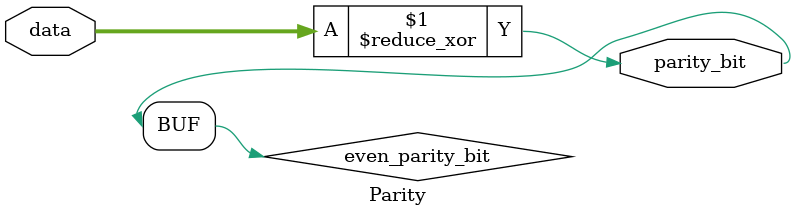
<source format=v>
module Parity
#(
    parameter DATA_WIDTH  = 8, // rx/tx data width
    parameter PARITY_MODE = 1  // 1: even parity  2: odd parity
)
(
    input      [DATA_WIDTH-1:0] data      ,
    output reg                  parity_bit
);

    wire even_parity_bit = ^data           ;
    wire odd_parity_bit  = ~even_parity_bit;

    always @(*) begin
        if (PARITY_MODE == 1) parity_bit = even_parity_bit;
        else                  parity_bit = odd_parity_bit ;
    end

endmodule // Parity
</source>
